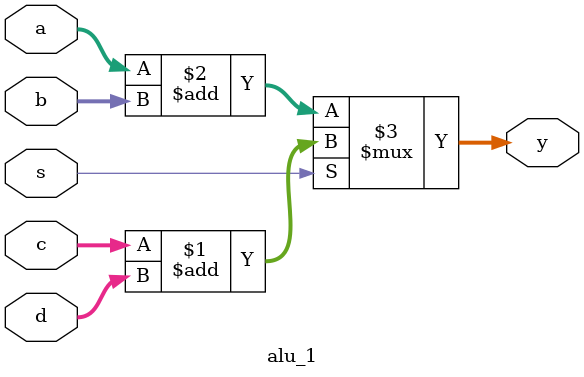
<source format=v>
module alu_1 (
   input [3:0] a, 
   input [3:0] b,
   input [3:0] c,
   input [3:0] d,
   input s,
   output [3:0] y);
   
   assign y =
      s ? c + d :
      a + b;
      
endmodule
   
   
</source>
